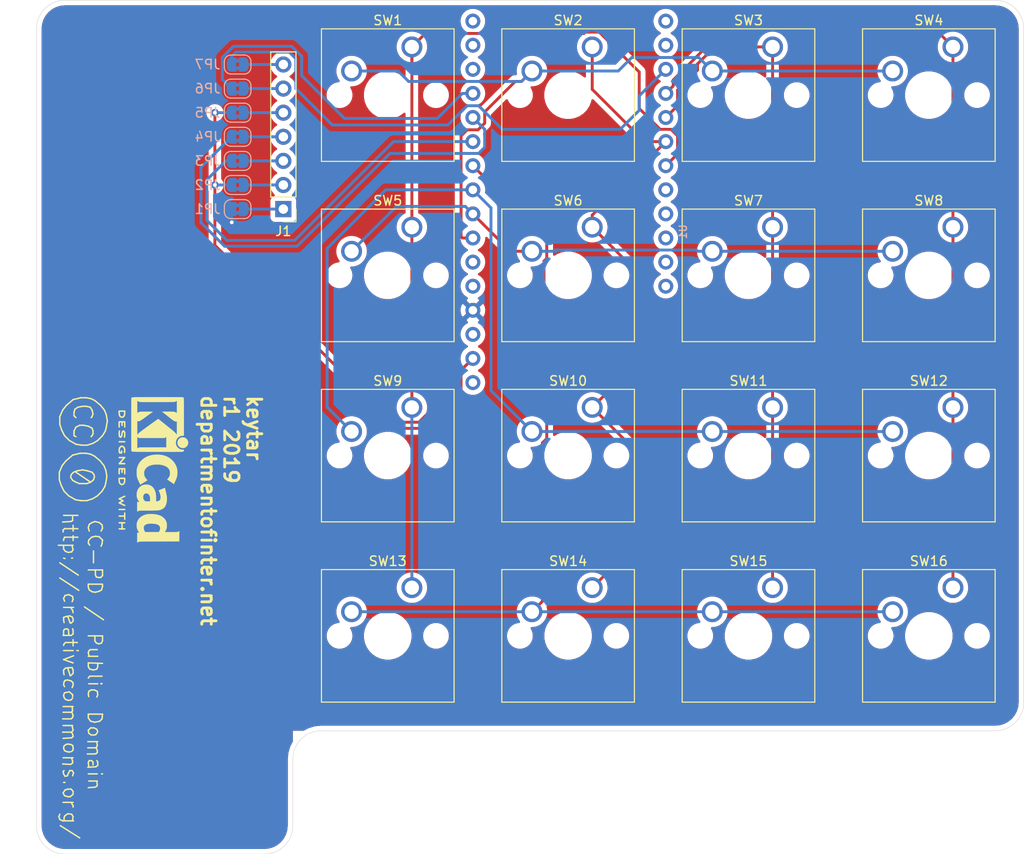
<source format=kicad_pcb>
(kicad_pcb (version 20171130) (host pcbnew "(5.1.2-1)-1")
  (layers (0 F.Cu signal) (31 B.Cu signal) (34 B.Paste user) (35 F.Paste user) (36 B.SilkS user) (37 F.SilkS user) (38 B.Mask user) (39 F.Mask user) (44 Edge.Cuts user))
  (net 0 "")
  (net 1 "Net-(J1-Pad7)")
  (net 2 "Net-(J1-Pad6)")
  (net 3 "Net-(J1-Pad5)")
  (net 4 "Net-(J1-Pad4)")
  (net 5 "Net-(J1-Pad3)")
  (net 6 "Net-(J1-Pad2)")
  (net 7 "Net-(J1-Pad1)")
  (net 8 +3V3)
  (net 9 /MR1)
  (net 10 /MC1)
  (net 11 /MC2)
  (net 12 /MC3)
  (net 13 /MC4)
  (net 14 /MR2)
  (net 15 /MR3)
  (net 16 /MR4)
  (net 17 GND)
  (net 18 /SCK)
  (net 19 /MOSI)
  (net 20 /MISO)
  (net 21 /CS_SSD)
  (module Symbol:Symbol_CreativeCommonsPublicDomain_SilkScreenTop_Small (layer F.Cu) (at 68 154 270)
    (fp_text reference REF** hide)
    (fp_text value Symbol_CreativeCommonsPublicDomain_SilkScreenTop_Small)
  )
  (module Symbol:KiCad-Logo2_6mm_SilkScreen (layer F.Cu) (at 76 139.5 270)
    (fp_text reference REF** hide)
    (fp_text value KiCad-Logo2_6mm_SilkScreen hide)
  )
  (module cherry-huzzah32:Adafruit_Feather_HUZZAH32 (layer B.Cu) (at 108.966 92.202 90)
    (fp_text reference U1 (at -23.066 21.694 270) (layer B.SilkS) (effects (font (size 0.77216 0.77216) (thickness 0.138988)) (justify right top mirror)))
    (fp_text value adafruit_feather_huzzah32)
    (pad 27 thru_hole circle (at -25.4 20.32) (size 1.5748 1.5748) (drill 0.9) (layers *.Cu *.Mask))
    (pad 26 thru_hole circle (at -22.86 20.32) (size 1.5748 1.5748) (drill 0.9) (layers *.Cu *.Mask))
    (pad 25 thru_hole circle (at -20.32 20.32) (size 1.5748 1.5748) (drill 0.9) (layers *.Cu *.Mask))
    (pad 24 thru_hole circle (at -17.78 20.32) (size 1.5748 1.5748) (drill 0.9) (layers *.Cu *.Mask))
    (pad 23 thru_hole circle (at -15.24 20.32) (size 1.5748 1.5748) (drill 0.9) (layers *.Cu *.Mask) (net 10 /MC1))
    (pad 22 thru_hole circle (at -12.7 20.32) (size 1.5748 1.5748) (drill 0.9) (layers *.Cu *.Mask) (net 11 /MC2))
    (pad 21 thru_hole circle (at -10.16 20.32) (size 1.5748 1.5748) (drill 0.9) (layers *.Cu *.Mask) (net 12 /MC3))
    (pad 20 thru_hole circle (at -7.62 20.32) (size 1.5748 1.5748) (drill 0.9) (layers *.Cu *.Mask) (net 13 /MC4))
    (pad 19 thru_hole circle (at -5.08 20.32) (size 1.5748 1.5748) (drill 0.9) (layers *.Cu *.Mask) (net 21 /CS_SSD))
    (pad 18 thru_hole circle (at -2.54 20.32) (size 1.5748 1.5748) (drill 0.9) (layers *.Cu *.Mask))
    (pad 17 thru_hole circle (at 0 20.32) (size 1.5748 1.5748) (drill 0.9) (layers *.Cu *.Mask))
    (pad 28 thru_hole circle (at -27.94 20.32) (size 1.5748 1.5748) (drill 0.9) (layers *.Cu *.Mask))
    (pad 16 thru_hole circle (at 0 0) (size 1.5748 1.5748) (drill 0.9) (layers *.Cu *.Mask))
    (pad 15 thru_hole circle (at -2.54 0) (size 1.5748 1.5748) (drill 0.9) (layers *.Cu *.Mask))
    (pad 14 thru_hole circle (at -5.08 0) (size 1.5748 1.5748) (drill 0.9) (layers *.Cu *.Mask))
    (pad 13 thru_hole circle (at -7.62 0) (size 1.5748 1.5748) (drill 0.9) (layers *.Cu *.Mask) (net 20 /MISO))
    (pad 12 thru_hole circle (at -10.16 0) (size 1.5748 1.5748) (drill 0.9) (layers *.Cu *.Mask) (net 19 /MOSI))
    (pad 11 thru_hole circle (at -12.7 0) (size 1.5748 1.5748) (drill 0.9) (layers *.Cu *.Mask) (net 18 /SCK))
    (pad 10 thru_hole circle (at -15.24 0) (size 1.5748 1.5748) (drill 0.9) (layers *.Cu *.Mask) (net 16 /MR4))
    (pad 9 thru_hole circle (at -17.78 0) (size 1.5748 1.5748) (drill 0.9) (layers *.Cu *.Mask) (net 15 /MR3))
    (pad 8 thru_hole circle (at -20.32 0) (size 1.5748 1.5748) (drill 0.9) (layers *.Cu *.Mask) (net 14 /MR2))
    (pad 7 thru_hole circle (at -22.86 0) (size 1.5748 1.5748) (drill 0.9) (layers *.Cu *.Mask) (net 9 /MR1))
    (pad 6 thru_hole circle (at -25.4 0) (size 1.5748 1.5748) (drill 0.9) (layers *.Cu *.Mask))
    (pad 5 thru_hole circle (at -27.94 0) (size 1.5748 1.5748) (drill 0.9) (layers *.Cu *.Mask))
    (pad 4 thru_hole circle (at -30.48 0) (size 1.5748 1.5748) (drill 0.9) (layers *.Cu *.Mask) (net 17 GND))
    (pad 3 thru_hole circle (at -33.02 0) (size 1.5748 1.5748) (drill 0.9) (layers *.Cu *.Mask))
    (pad 2 thru_hole circle (at -35.56 0) (size 1.5748 1.5748) (drill 0.9) (layers *.Cu *.Mask) (net 8 +3V3))
    (pad 1 thru_hole circle (at -38.1 0) (size 1.5748 1.5748) (drill 0.9) (layers *.Cu *.Mask))
  )
  (module Button_Switch_Keyboard:SW_Cherry_MX_1.00u_PCB (layer F.Cu) (at 159.54 151.92)
    (fp_text reference SW16 (at -2.54 -2.794) (layer F.SilkS))
    (fp_text value SW_Push)
    (pad "" np_thru_hole circle (at 2.54 5.08) (size 1.7 1.7) (drill 1.7) (layers *.Cu *.Mask))
    (pad "" np_thru_hole circle (at -7.62 5.08) (size 1.7 1.7) (drill 1.7) (layers *.Cu *.Mask))
    (pad "" np_thru_hole circle (at -2.54 5.08) (size 4 4) (drill 4) (layers *.Cu *.Mask))
    (pad 2 thru_hole circle (at -6.35 2.54) (size 2.2 2.2) (drill 1.5) (layers *.Cu *.Mask) (net 16 /MR4))
    (pad 1 thru_hole circle (at 0 0) (size 2.2 2.2) (drill 1.5) (layers *.Cu *.Mask) (net 13 /MC4))
  )
  (module Button_Switch_Keyboard:SW_Cherry_MX_1.00u_PCB (layer F.Cu) (at 140.54 151.92)
    (fp_text reference SW15 (at -2.54 -2.794) (layer F.SilkS))
    (fp_text value SW_Push)
    (pad "" np_thru_hole circle (at 2.54 5.08) (size 1.7 1.7) (drill 1.7) (layers *.Cu *.Mask))
    (pad "" np_thru_hole circle (at -7.62 5.08) (size 1.7 1.7) (drill 1.7) (layers *.Cu *.Mask))
    (pad "" np_thru_hole circle (at -2.54 5.08) (size 4 4) (drill 4) (layers *.Cu *.Mask))
    (pad 2 thru_hole circle (at -6.35 2.54) (size 2.2 2.2) (drill 1.5) (layers *.Cu *.Mask) (net 16 /MR4))
    (pad 1 thru_hole circle (at 0 0) (size 2.2 2.2) (drill 1.5) (layers *.Cu *.Mask) (net 12 /MC3))
  )
  (module Button_Switch_Keyboard:SW_Cherry_MX_1.00u_PCB (layer F.Cu) (at 121.54 151.92)
    (fp_text reference SW14 (at -2.54 -2.794) (layer F.SilkS))
    (fp_text value SW_Push)
    (pad "" np_thru_hole circle (at 2.54 5.08) (size 1.7 1.7) (drill 1.7) (layers *.Cu *.Mask))
    (pad "" np_thru_hole circle (at -7.62 5.08) (size 1.7 1.7) (drill 1.7) (layers *.Cu *.Mask))
    (pad "" np_thru_hole circle (at -2.54 5.08) (size 4 4) (drill 4) (layers *.Cu *.Mask))
    (pad 2 thru_hole circle (at -6.35 2.54) (size 2.2 2.2) (drill 1.5) (layers *.Cu *.Mask) (net 16 /MR4))
    (pad 1 thru_hole circle (at 0 0) (size 2.2 2.2) (drill 1.5) (layers *.Cu *.Mask) (net 11 /MC2))
  )
  (module Button_Switch_Keyboard:SW_Cherry_MX_1.00u_PCB (layer F.Cu) (at 102.54 151.92)
    (fp_text reference SW13 (at -2.54 -2.794) (layer F.SilkS))
    (fp_text value SW_Push)
    (pad "" np_thru_hole circle (at 2.54 5.08) (size 1.7 1.7) (drill 1.7) (layers *.Cu *.Mask))
    (pad "" np_thru_hole circle (at -7.62 5.08) (size 1.7 1.7) (drill 1.7) (layers *.Cu *.Mask))
    (pad "" np_thru_hole circle (at -2.54 5.08) (size 4 4) (drill 4) (layers *.Cu *.Mask))
    (pad 2 thru_hole circle (at -6.35 2.54) (size 2.2 2.2) (drill 1.5) (layers *.Cu *.Mask) (net 16 /MR4))
    (pad 1 thru_hole circle (at 0 0) (size 2.2 2.2) (drill 1.5) (layers *.Cu *.Mask) (net 10 /MC1))
  )
  (module Button_Switch_Keyboard:SW_Cherry_MX_1.00u_PCB (layer F.Cu) (at 159.54 132.92)
    (fp_text reference SW12 (at -2.54 -2.794) (layer F.SilkS))
    (fp_text value SW_Push)
    (pad "" np_thru_hole circle (at 2.54 5.08) (size 1.7 1.7) (drill 1.7) (layers *.Cu *.Mask))
    (pad "" np_thru_hole circle (at -7.62 5.08) (size 1.7 1.7) (drill 1.7) (layers *.Cu *.Mask))
    (pad "" np_thru_hole circle (at -2.54 5.08) (size 4 4) (drill 4) (layers *.Cu *.Mask))
    (pad 2 thru_hole circle (at -6.35 2.54) (size 2.2 2.2) (drill 1.5) (layers *.Cu *.Mask) (net 15 /MR3))
    (pad 1 thru_hole circle (at 0 0) (size 2.2 2.2) (drill 1.5) (layers *.Cu *.Mask) (net 13 /MC4))
  )
  (module Button_Switch_Keyboard:SW_Cherry_MX_1.00u_PCB (layer F.Cu) (at 140.54 132.92)
    (fp_text reference SW11 (at -2.54 -2.794) (layer F.SilkS))
    (fp_text value SW_Push)
    (pad "" np_thru_hole circle (at 2.54 5.08) (size 1.7 1.7) (drill 1.7) (layers *.Cu *.Mask))
    (pad "" np_thru_hole circle (at -7.62 5.08) (size 1.7 1.7) (drill 1.7) (layers *.Cu *.Mask))
    (pad "" np_thru_hole circle (at -2.54 5.08) (size 4 4) (drill 4) (layers *.Cu *.Mask))
    (pad 2 thru_hole circle (at -6.35 2.54) (size 2.2 2.2) (drill 1.5) (layers *.Cu *.Mask) (net 15 /MR3))
    (pad 1 thru_hole circle (at 0 0) (size 2.2 2.2) (drill 1.5) (layers *.Cu *.Mask) (net 12 /MC3))
  )
  (module Button_Switch_Keyboard:SW_Cherry_MX_1.00u_PCB (layer F.Cu) (at 121.54 132.92)
    (fp_text reference SW10 (at -2.54 -2.794) (layer F.SilkS))
    (fp_text value SW_Push)
    (pad "" np_thru_hole circle (at 2.54 5.08) (size 1.7 1.7) (drill 1.7) (layers *.Cu *.Mask))
    (pad "" np_thru_hole circle (at -7.62 5.08) (size 1.7 1.7) (drill 1.7) (layers *.Cu *.Mask))
    (pad "" np_thru_hole circle (at -2.54 5.08) (size 4 4) (drill 4) (layers *.Cu *.Mask))
    (pad 2 thru_hole circle (at -6.35 2.54) (size 2.2 2.2) (drill 1.5) (layers *.Cu *.Mask) (net 15 /MR3))
    (pad 1 thru_hole circle (at 0 0) (size 2.2 2.2) (drill 1.5) (layers *.Cu *.Mask) (net 11 /MC2))
  )
  (module Button_Switch_Keyboard:SW_Cherry_MX_1.00u_PCB (layer F.Cu) (at 102.54 132.92)
    (fp_text reference SW9 (at -2.54 -2.794) (layer F.SilkS))
    (fp_text value SW_Push)
    (pad "" np_thru_hole circle (at 2.54 5.08) (size 1.7 1.7) (drill 1.7) (layers *.Cu *.Mask))
    (pad "" np_thru_hole circle (at -7.62 5.08) (size 1.7 1.7) (drill 1.7) (layers *.Cu *.Mask))
    (pad "" np_thru_hole circle (at -2.54 5.08) (size 4 4) (drill 4) (layers *.Cu *.Mask))
    (pad 2 thru_hole circle (at -6.35 2.54) (size 2.2 2.2) (drill 1.5) (layers *.Cu *.Mask) (net 15 /MR3))
    (pad 1 thru_hole circle (at 0 0) (size 2.2 2.2) (drill 1.5) (layers *.Cu *.Mask) (net 10 /MC1))
  )
  (module Button_Switch_Keyboard:SW_Cherry_MX_1.00u_PCB (layer F.Cu) (at 159.54 113.92)
    (fp_text reference SW8 (at -2.54 -2.794) (layer F.SilkS))
    (fp_text value SW_Push)
    (pad "" np_thru_hole circle (at 2.54 5.08) (size 1.7 1.7) (drill 1.7) (layers *.Cu *.Mask))
    (pad "" np_thru_hole circle (at -7.62 5.08) (size 1.7 1.7) (drill 1.7) (layers *.Cu *.Mask))
    (pad "" np_thru_hole circle (at -2.54 5.08) (size 4 4) (drill 4) (layers *.Cu *.Mask))
    (pad 2 thru_hole circle (at -6.35 2.54) (size 2.2 2.2) (drill 1.5) (layers *.Cu *.Mask) (net 14 /MR2))
    (pad 1 thru_hole circle (at 0 0) (size 2.2 2.2) (drill 1.5) (layers *.Cu *.Mask) (net 13 /MC4))
  )
  (module Button_Switch_Keyboard:SW_Cherry_MX_1.00u_PCB (layer F.Cu) (at 140.54 113.92)
    (fp_text reference SW7 (at -2.54 -2.794) (layer F.SilkS))
    (fp_text value SW_Push)
    (pad "" np_thru_hole circle (at 2.54 5.08) (size 1.7 1.7) (drill 1.7) (layers *.Cu *.Mask))
    (pad "" np_thru_hole circle (at -7.62 5.08) (size 1.7 1.7) (drill 1.7) (layers *.Cu *.Mask))
    (pad "" np_thru_hole circle (at -2.54 5.08) (size 4 4) (drill 4) (layers *.Cu *.Mask))
    (pad 2 thru_hole circle (at -6.35 2.54) (size 2.2 2.2) (drill 1.5) (layers *.Cu *.Mask) (net 14 /MR2))
    (pad 1 thru_hole circle (at 0 0) (size 2.2 2.2) (drill 1.5) (layers *.Cu *.Mask) (net 12 /MC3))
  )
  (module Button_Switch_Keyboard:SW_Cherry_MX_1.00u_PCB (layer F.Cu) (at 121.54 113.92)
    (fp_text reference SW6 (at -2.54 -2.794) (layer F.SilkS))
    (fp_text value SW_Push)
    (pad "" np_thru_hole circle (at 2.54 5.08) (size 1.7 1.7) (drill 1.7) (layers *.Cu *.Mask))
    (pad "" np_thru_hole circle (at -7.62 5.08) (size 1.7 1.7) (drill 1.7) (layers *.Cu *.Mask))
    (pad "" np_thru_hole circle (at -2.54 5.08) (size 4 4) (drill 4) (layers *.Cu *.Mask))
    (pad 2 thru_hole circle (at -6.35 2.54) (size 2.2 2.2) (drill 1.5) (layers *.Cu *.Mask) (net 14 /MR2))
    (pad 1 thru_hole circle (at 0 0) (size 2.2 2.2) (drill 1.5) (layers *.Cu *.Mask) (net 11 /MC2))
  )
  (module Button_Switch_Keyboard:SW_Cherry_MX_1.00u_PCB (layer F.Cu) (at 102.54 113.92)
    (fp_text reference SW5 (at -2.54 -2.794) (layer F.SilkS))
    (fp_text value SW_Push)
    (pad "" np_thru_hole circle (at 2.54 5.08) (size 1.7 1.7) (drill 1.7) (layers *.Cu *.Mask))
    (pad "" np_thru_hole circle (at -7.62 5.08) (size 1.7 1.7) (drill 1.7) (layers *.Cu *.Mask))
    (pad "" np_thru_hole circle (at -2.54 5.08) (size 4 4) (drill 4) (layers *.Cu *.Mask))
    (pad 2 thru_hole circle (at -6.35 2.54) (size 2.2 2.2) (drill 1.5) (layers *.Cu *.Mask) (net 14 /MR2))
    (pad 1 thru_hole circle (at 0 0) (size 2.2 2.2) (drill 1.5) (layers *.Cu *.Mask) (net 10 /MC1))
  )
  (module Button_Switch_Keyboard:SW_Cherry_MX_1.00u_PCB (layer F.Cu) (at 159.54 94.92)
    (fp_text reference SW4 (at -2.54 -2.794) (layer F.SilkS))
    (fp_text value SW_Push)
    (pad "" np_thru_hole circle (at 2.54 5.08) (size 1.7 1.7) (drill 1.7) (layers *.Cu *.Mask))
    (pad "" np_thru_hole circle (at -7.62 5.08) (size 1.7 1.7) (drill 1.7) (layers *.Cu *.Mask))
    (pad "" np_thru_hole circle (at -2.54 5.08) (size 4 4) (drill 4) (layers *.Cu *.Mask))
    (pad 2 thru_hole circle (at -6.35 2.54) (size 2.2 2.2) (drill 1.5) (layers *.Cu *.Mask) (net 9 /MR1))
    (pad 1 thru_hole circle (at 0 0) (size 2.2 2.2) (drill 1.5) (layers *.Cu *.Mask) (net 13 /MC4))
  )
  (module Button_Switch_Keyboard:SW_Cherry_MX_1.00u_PCB (layer F.Cu) (at 140.54 94.92)
    (fp_text reference SW3 (at -2.54 -2.794) (layer F.SilkS))
    (fp_text value SW_Push)
    (pad "" np_thru_hole circle (at 2.54 5.08) (size 1.7 1.7) (drill 1.7) (layers *.Cu *.Mask))
    (pad "" np_thru_hole circle (at -7.62 5.08) (size 1.7 1.7) (drill 1.7) (layers *.Cu *.Mask))
    (pad "" np_thru_hole circle (at -2.54 5.08) (size 4 4) (drill 4) (layers *.Cu *.Mask))
    (pad 2 thru_hole circle (at -6.35 2.54) (size 2.2 2.2) (drill 1.5) (layers *.Cu *.Mask) (net 9 /MR1))
    (pad 1 thru_hole circle (at 0 0) (size 2.2 2.2) (drill 1.5) (layers *.Cu *.Mask) (net 12 /MC3))
  )
  (module Button_Switch_Keyboard:SW_Cherry_MX_1.00u_PCB (layer F.Cu) (at 121.54 94.92)
    (fp_text reference SW2 (at -2.54 -2.794) (layer F.SilkS))
    (fp_text value SW_Push)
    (pad "" np_thru_hole circle (at 2.54 5.08) (size 1.7 1.7) (drill 1.7) (layers *.Cu *.Mask))
    (pad "" np_thru_hole circle (at -7.62 5.08) (size 1.7 1.7) (drill 1.7) (layers *.Cu *.Mask))
    (pad "" np_thru_hole circle (at -2.54 5.08) (size 4 4) (drill 4) (layers *.Cu *.Mask))
    (pad 2 thru_hole circle (at -6.35 2.54) (size 2.2 2.2) (drill 1.5) (layers *.Cu *.Mask) (net 9 /MR1))
    (pad 1 thru_hole circle (at 0 0) (size 2.2 2.2) (drill 1.5) (layers *.Cu *.Mask) (net 11 /MC2))
  )
  (module Button_Switch_Keyboard:SW_Cherry_MX_1.00u_PCB (layer F.Cu) (at 102.54 94.92)
    (fp_text reference SW1 (at -2.54 -2.794) (layer F.SilkS))
    (fp_text value SW_Push)
    (pad "" np_thru_hole circle (at 2.54 5.08) (size 1.7 1.7) (drill 1.7) (layers *.Cu *.Mask))
    (pad "" np_thru_hole circle (at -7.62 5.08) (size 1.7 1.7) (drill 1.7) (layers *.Cu *.Mask))
    (pad "" np_thru_hole circle (at -2.54 5.08) (size 4 4) (drill 4) (layers *.Cu *.Mask))
    (pad 2 thru_hole circle (at -6.35 2.54) (size 2.2 2.2) (drill 1.5) (layers *.Cu *.Mask) (net 9 /MR1))
    (pad 1 thru_hole circle (at 0 0) (size 2.2 2.2) (drill 1.5) (layers *.Cu *.Mask) (net 10 /MC1))
  )
  (module Jumper:SolderJumper-2_P1.3mm_Bridged2Bar_RoundedPad1.0x1.5mm (layer B.Cu) (at 84.186 96.774 180)
    (fp_text reference JP7 (at 3.16 0 180) (layer B.SilkS) (effects (justify mirror)))
    (fp_text value SolderJumper_2_Bridged)
    (fp_poly (pts (xy -0.25 0.6) (xy 0.25 0.6) (xy 0.25 0.2) (xy -0.25 0.2)) (layer B.Cu) (width 0))
    (fp_poly (pts (xy -0.25 -0.2) (xy 0.25 -0.2) (xy 0.25 -0.6) (xy -0.25 -0.6)) (layer B.Cu) (width 0))
    (pad 1 smd custom (at -0.65 0 180) (size 1 0.5) (layers B.Cu B.Mask) (net 1 "Net-(J1-Pad7)") (options (clearance outline) (anchor rect)) (primitives (gr_circle (center 0 -0.25) (end 0.5 -0.25) (width 0)) (gr_circle (center 0 0.25) (end 0.5 0.25) (width 0)) (gr_poly (pts (xy 0.5 -0.75) (xy 0.5 0.75) (xy 0 0.75) (xy 0 -0.75)) (width 0))))
    (pad 2 smd custom (at 0.65 0 180) (size 1 0.5) (layers B.Cu B.Mask) (net 21 /CS_SSD) (options (clearance outline) (anchor rect)) (primitives (gr_circle (center 0 -0.25) (end 0.5 -0.25) (width 0)) (gr_circle (center 0 0.25) (end 0.5 0.25) (width 0)) (gr_poly (pts (xy -0.5 -0.75) (xy -0.5 0.75) (xy 0 0.75) (xy 0 -0.75)) (width 0))))
  )
  (module Jumper:SolderJumper-2_P1.3mm_Bridged2Bar_RoundedPad1.0x1.5mm (layer B.Cu) (at 84.186 99.314 180)
    (fp_text reference JP6 (at 3.16 0) (layer B.SilkS) (effects (justify mirror)))
    (fp_text value SolderJumper_2_Bridged)
    (fp_poly (pts (xy -0.25 0.6) (xy 0.25 0.6) (xy 0.25 0.2) (xy -0.25 0.2)) (layer B.Cu) (width 0))
    (fp_poly (pts (xy -0.25 -0.2) (xy 0.25 -0.2) (xy 0.25 -0.6) (xy -0.25 -0.6)) (layer B.Cu) (width 0))
    (pad 1 smd custom (at -0.65 0 180) (size 1 0.5) (layers B.Cu B.Mask) (net 2 "Net-(J1-Pad6)") (options (clearance outline) (anchor rect)) (primitives (gr_circle (center 0 -0.25) (end 0.5 -0.25) (width 0)) (gr_circle (center 0 0.25) (end 0.5 0.25) (width 0)) (gr_poly (pts (xy 0.5 -0.75) (xy 0.5 0.75) (xy 0 0.75) (xy 0 -0.75)) (width 0))))
    (pad 2 smd custom (at 0.65 0 180) (size 1 0.5) (layers B.Cu B.Mask) (net 20 /MISO) (options (clearance outline) (anchor rect)) (primitives (gr_circle (center 0 -0.25) (end 0.5 -0.25) (width 0)) (gr_circle (center 0 0.25) (end 0.5 0.25) (width 0)) (gr_poly (pts (xy -0.5 -0.75) (xy -0.5 0.75) (xy 0 0.75) (xy 0 -0.75)) (width 0))))
  )
  (module Jumper:SolderJumper-2_P1.3mm_Bridged2Bar_RoundedPad1.0x1.5mm (layer B.Cu) (at 84.186 101.854 180)
    (fp_text reference JP5 (at 3.16 0) (layer B.SilkS) (effects (justify mirror)))
    (fp_text value SolderJumper_2_Bridged)
    (fp_poly (pts (xy -0.25 0.6) (xy 0.25 0.6) (xy 0.25 0.2) (xy -0.25 0.2)) (layer B.Cu) (width 0))
    (fp_poly (pts (xy -0.25 -0.2) (xy 0.25 -0.2) (xy 0.25 -0.6) (xy -0.25 -0.6)) (layer B.Cu) (width 0))
    (pad 1 smd custom (at -0.65 0 180) (size 1 0.5) (layers B.Cu B.Mask) (net 3 "Net-(J1-Pad5)") (options (clearance outline) (anchor rect)) (primitives (gr_circle (center 0 -0.25) (end 0.5 -0.25) (width 0)) (gr_circle (center 0 0.25) (end 0.5 0.25) (width 0)) (gr_poly (pts (xy 0.5 -0.75) (xy 0.5 0.75) (xy 0 0.75) (xy 0 -0.75)) (width 0))))
    (pad 2 smd custom (at 0.65 0 180) (size 1 0.5) (layers B.Cu B.Mask) (net 8 +3V3) (options (clearance outline) (anchor rect)) (primitives (gr_circle (center 0 -0.25) (end 0.5 -0.25) (width 0)) (gr_circle (center 0 0.25) (end 0.5 0.25) (width 0)) (gr_poly (pts (xy -0.5 -0.75) (xy -0.5 0.75) (xy 0 0.75) (xy 0 -0.75)) (width 0))))
  )
  (module Jumper:SolderJumper-2_P1.3mm_Bridged2Bar_RoundedPad1.0x1.5mm (layer B.Cu) (at 84.186 104.394 180)
    (fp_text reference JP4 (at 3.16 0 180) (layer B.SilkS) (effects (justify mirror)))
    (fp_text value SolderJumper_2_Bridged)
    (fp_poly (pts (xy -0.25 0.6) (xy 0.25 0.6) (xy 0.25 0.2) (xy -0.25 0.2)) (layer B.Cu) (width 0))
    (fp_poly (pts (xy -0.25 -0.2) (xy 0.25 -0.2) (xy 0.25 -0.6) (xy -0.25 -0.6)) (layer B.Cu) (width 0))
    (pad 1 smd custom (at -0.65 0 180) (size 1 0.5) (layers B.Cu B.Mask) (net 4 "Net-(J1-Pad4)") (options (clearance outline) (anchor rect)) (primitives (gr_circle (center 0 -0.25) (end 0.5 -0.25) (width 0)) (gr_circle (center 0 0.25) (end 0.5 0.25) (width 0)) (gr_poly (pts (xy 0.5 -0.75) (xy 0.5 0.75) (xy 0 0.75) (xy 0 -0.75)) (width 0))))
    (pad 2 smd custom (at 0.65 0 180) (size 1 0.5) (layers B.Cu B.Mask) (net 19 /MOSI) (options (clearance outline) (anchor rect)) (primitives (gr_circle (center 0 -0.25) (end 0.5 -0.25) (width 0)) (gr_circle (center 0 0.25) (end 0.5 0.25) (width 0)) (gr_poly (pts (xy -0.5 -0.75) (xy -0.5 0.75) (xy 0 0.75) (xy 0 -0.75)) (width 0))))
  )
  (module Jumper:SolderJumper-2_P1.3mm_Bridged2Bar_RoundedPad1.0x1.5mm (layer B.Cu) (at 84.186 106.934 180)
    (fp_text reference JP3 (at 3.16 0) (layer B.SilkS) (effects (justify mirror)))
    (fp_text value SolderJumper_2_Bridged)
    (fp_poly (pts (xy -0.25 0.6) (xy 0.25 0.6) (xy 0.25 0.2) (xy -0.25 0.2)) (layer B.Cu) (width 0))
    (fp_poly (pts (xy -0.25 -0.2) (xy 0.25 -0.2) (xy 0.25 -0.6) (xy -0.25 -0.6)) (layer B.Cu) (width 0))
    (pad 1 smd custom (at -0.65 0 180) (size 1 0.5) (layers B.Cu B.Mask) (net 5 "Net-(J1-Pad3)") (options (clearance outline) (anchor rect)) (primitives (gr_circle (center 0 -0.25) (end 0.5 -0.25) (width 0)) (gr_circle (center 0 0.25) (end 0.5 0.25) (width 0)) (gr_poly (pts (xy 0.5 -0.75) (xy 0.5 0.75) (xy 0 0.75) (xy 0 -0.75)) (width 0))))
    (pad 2 smd custom (at 0.65 0 180) (size 1 0.5) (layers B.Cu B.Mask) (net 18 /SCK) (options (clearance outline) (anchor rect)) (primitives (gr_circle (center 0 -0.25) (end 0.5 -0.25) (width 0)) (gr_circle (center 0 0.25) (end 0.5 0.25) (width 0)) (gr_poly (pts (xy -0.5 -0.75) (xy -0.5 0.75) (xy 0 0.75) (xy 0 -0.75)) (width 0))))
  )
  (module Jumper:SolderJumper-2_P1.3mm_Bridged2Bar_RoundedPad1.0x1.5mm (layer B.Cu) (at 84.186 109.474 180)
    (fp_text reference JP2 (at 3.16 0) (layer B.SilkS) (effects (justify mirror)))
    (fp_text value SolderJumper_2_Bridged)
    (fp_poly (pts (xy -0.25 0.6) (xy 0.25 0.6) (xy 0.25 0.2) (xy -0.25 0.2)) (layer B.Cu) (width 0))
    (fp_poly (pts (xy -0.25 -0.2) (xy 0.25 -0.2) (xy 0.25 -0.6) (xy -0.25 -0.6)) (layer B.Cu) (width 0))
    (pad 1 smd custom (at -0.65 0 180) (size 1 0.5) (layers B.Cu B.Mask) (net 6 "Net-(J1-Pad2)") (options (clearance outline) (anchor rect)) (primitives (gr_circle (center 0 -0.25) (end 0.5 -0.25) (width 0)) (gr_circle (center 0 0.25) (end 0.5 0.25) (width 0)) (gr_poly (pts (xy 0.5 -0.75) (xy 0.5 0.75) (xy 0 0.75) (xy 0 -0.75)) (width 0))))
    (pad 2 smd custom (at 0.65 0 180) (size 1 0.5) (layers B.Cu B.Mask) (net 8 +3V3) (options (clearance outline) (anchor rect)) (primitives (gr_circle (center 0 -0.25) (end 0.5 -0.25) (width 0)) (gr_circle (center 0 0.25) (end 0.5 0.25) (width 0)) (gr_poly (pts (xy -0.5 -0.75) (xy -0.5 0.75) (xy 0 0.75) (xy 0 -0.75)) (width 0))))
  )
  (module Jumper:SolderJumper-2_P1.3mm_Bridged2Bar_RoundedPad1.0x1.5mm (layer B.Cu) (at 84.186 112.014 180)
    (fp_text reference JP1 (at 3.16 0) (layer B.SilkS) (effects (justify mirror)))
    (fp_text value SolderJumper_2_Bridged)
    (fp_poly (pts (xy -0.25 0.6) (xy 0.25 0.6) (xy 0.25 0.2) (xy -0.25 0.2)) (layer B.Cu) (width 0))
    (fp_poly (pts (xy -0.25 -0.2) (xy 0.25 -0.2) (xy 0.25 -0.6) (xy -0.25 -0.6)) (layer B.Cu) (width 0))
    (pad 1 smd custom (at -0.65 0 180) (size 1 0.5) (layers B.Cu B.Mask) (net 7 "Net-(J1-Pad1)") (options (clearance outline) (anchor rect)) (primitives (gr_circle (center 0 -0.25) (end 0.5 -0.25) (width 0)) (gr_circle (center 0 0.25) (end 0.5 0.25) (width 0)) (gr_poly (pts (xy 0.5 -0.75) (xy 0.5 0.75) (xy 0 0.75) (xy 0 -0.75)) (width 0))))
    (pad 2 smd custom (at 0.65 0 180) (size 1 0.5) (layers B.Cu B.Mask) (net 17 GND) (options (clearance outline) (anchor rect)) (primitives (gr_circle (center 0 -0.25) (end 0.5 -0.25) (width 0)) (gr_circle (center 0 0.25) (end 0.5 0.25) (width 0)) (gr_poly (pts (xy -0.5 -0.75) (xy -0.5 0.75) (xy 0 0.75) (xy 0 -0.75)) (width 0))))
  )
  (module Connector_PinHeader_2.54mm:PinHeader_1x07_P2.54mm_Vertical (layer F.Cu) (at 89 112.014 180)
    (fp_text reference J1 (at 0 -2.33) (layer F.SilkS))
    (fp_text value Conn_01x07)
    (pad 7 thru_hole oval (at 0 15.24 180) (size 1.7 1.7) (drill 1) (layers *.Cu *.Mask) (net 1 "Net-(J1-Pad7)"))
    (pad 6 thru_hole oval (at 0 12.7 180) (size 1.7 1.7) (drill 1) (layers *.Cu *.Mask) (net 2 "Net-(J1-Pad6)"))
    (pad 5 thru_hole oval (at 0 10.16 180) (size 1.7 1.7) (drill 1) (layers *.Cu *.Mask) (net 3 "Net-(J1-Pad5)"))
    (pad 4 thru_hole oval (at 0 7.62 180) (size 1.7 1.7) (drill 1) (layers *.Cu *.Mask) (net 4 "Net-(J1-Pad4)"))
    (pad 3 thru_hole oval (at 0 5.08 180) (size 1.7 1.7) (drill 1) (layers *.Cu *.Mask) (net 5 "Net-(J1-Pad3)"))
    (pad 2 thru_hole oval (at 0 2.54 180) (size 1.7 1.7) (drill 1) (layers *.Cu *.Mask) (net 6 "Net-(J1-Pad2)"))
    (pad 1 thru_hole rect (at 0 0 180) (size 1.7 1.7) (drill 1) (layers *.Cu *.Mask) (net 7 "Net-(J1-Pad1)"))
  )
  (gr_text "keytar\nr1 2019\ndepartmentofinter.net" (at 83.5 131.5 270) (layer F.SilkS) (effects (font (size 1.5 1.5) (thickness 0.3)) (justify left)))
  (gr_arc (start 66 93) (end 66 90) (angle -90) (layer Edge.Cuts) (width 0.05))
  (gr_arc (start 66 177) (end 63 177) (angle -90) (layer Edge.Cuts) (width 0.05))
  (gr_line (start 87 180) (end 66 180) (layer Edge.Cuts) (width 0.05))
  (gr_line (start 90 170) (end 90 177) (layer Edge.Cuts) (width 0.05))
  (gr_arc (start 87 177) (end 87 180) (angle -90) (layer Edge.Cuts) (width 0.05))
  (gr_arc (start 93 170) (end 93 167) (angle -90) (layer Edge.Cuts) (width 0.05))
  (gr_arc (start 164 164) (end 164 167) (angle -90) (layer Edge.Cuts) (width 0.05))
  (gr_arc (start 164 93) (end 167 93) (angle -90) (layer Edge.Cuts) (width 0.05))
  (gr_line (start 63 177) (end 63 93) (layer Edge.Cuts) (width 0.05))
  (gr_line (start 164 167) (end 93 167) (layer Edge.Cuts) (width 0.05))
  (gr_line (start 167 93) (end 167 164) (layer Edge.Cuts) (width 0.05))
  (gr_line (start 66 90) (end 164 90) (layer Edge.Cuts) (width 0.05))
  (segment (start 85.436 96.774) (end 89 96.774) (width 0.3048) (layer B.Cu) (net 1))
  (segment (start 84.836 96.774) (end 85.436 96.774) (width 0.3048) (layer B.Cu) (net 1))
  (segment (start 89 99.314) (end 84.836 99.314) (width 0.3048) (layer B.Cu) (net 2))
  (segment (start 85.028118 101.854) (end 84.932059 101.757941) (width 0.3048) (layer B.Cu) (net 3))
  (segment (start 89 101.854) (end 85.028118 101.854) (width 0.3048) (layer B.Cu) (net 3))
  (segment (start 87.797919 104.394) (end 84.836 104.394) (width 0.3048) (layer B.Cu) (net 4))
  (segment (start 89 104.394) (end 87.797919 104.394) (width 0.3048) (layer B.Cu) (net 4))
  (segment (start 87.797919 106.934) (end 84.836 106.934) (width 0.3048) (layer B.Cu) (net 5))
  (segment (start 89 106.934) (end 87.797919 106.934) (width 0.3048) (layer B.Cu) (net 5))
  (segment (start 87.797919 109.474) (end 84.836 109.474) (width 0.3048) (layer B.Cu) (net 6))
  (segment (start 89 109.474) (end 87.797919 109.474) (width 0.3048) (layer B.Cu) (net 6))
  (segment (start 89 112.014) (end 84.836 112.014) (width 0.3048) (layer B.Cu) (net 7))
  (segment (start 83.536 109.474) (end 82.936 109.474) (width 0.3048) (layer B.Cu) (net 8))
  (segment (start 82.936 109.474) (end 81.788 109.474) (width 0.3048) (layer B.Cu) (net 8))
  (via (at 81.788 109.474) (size 0.8) (drill 0.4) (layers F.Cu B.Cu) (net 8))
  (segment (start 81.788 109.474) (end 81.788 101.854) (width 0.3048) (layer F.Cu) (net 8))
  (via (at 81.788 101.854) (size 0.8) (drill 0.4) (layers F.Cu B.Cu) (net 8))
  (segment (start 83.536 101.854) (end 81.788 101.854) (width 0.3048) (layer B.Cu) (net 8))
  (segment (start 81.788 113.284) (end 81.788 109.474) (width 0.3048) (layer F.Cu) (net 8))
  (segment (start 81.788 115.824) (end 81.788 113.284) (width 0.3048) (layer F.Cu) (net 8))
  (segment (start 104.14 135.128) (end 101.092 135.128) (width 0.3048) (layer F.Cu) (net 8))
  (segment (start 101.092 135.128) (end 81.788 115.824) (width 0.3048) (layer F.Cu) (net 8))
  (segment (start 107.721399 131.546601) (end 104.14 135.128) (width 0.3048) (layer F.Cu) (net 8))
  (segment (start 107.721399 129.006601) (end 107.721399 131.546601) (width 0.3048) (layer F.Cu) (net 8))
  (segment (start 108.966 127.762) (end 107.721399 129.006601) (width 0.3048) (layer F.Cu) (net 8))
  (segment (start 132.767399 96.037399) (end 134.19 97.46) (width 0.3048) (layer B.Cu) (net 9))
  (segment (start 125.704601 96.037399) (end 132.767399 96.037399) (width 0.3048) (layer B.Cu) (net 9))
  (segment (start 124.282 97.46) (end 125.704601 96.037399) (width 0.3048) (layer B.Cu) (net 9))
  (segment (start 115.19 97.46) (end 124.282 97.46) (width 0.3048) (layer B.Cu) (net 9))
  (segment (start 134.19 97.46) (end 153.19 97.46) (width 0.3048) (layer B.Cu) (net 9))
  (segment (start 107.721399 104.304591) (end 107.721399 114.93095) (width 0.3048) (layer F.Cu) (net 9))
  (segment (start 108.368591 103.657399) (end 107.721399 104.304591) (width 0.3048) (layer F.Cu) (net 9))
  (segment (start 107.852449 115.062) (end 108.966 115.062) (width 0.3048) (layer F.Cu) (net 9))
  (segment (start 109.512611 103.657399) (end 108.368591 103.657399) (width 0.3048) (layer F.Cu) (net 9))
  (segment (start 110.210601 102.959409) (end 109.512611 103.657399) (width 0.3048) (layer F.Cu) (net 9))
  (segment (start 107.721399 114.93095) (end 107.852449 115.062) (width 0.3048) (layer F.Cu) (net 9))
  (segment (start 110.210601 101.774741) (end 110.210601 102.959409) (width 0.3048) (layer F.Cu) (net 9))
  (segment (start 113.425343 98.559999) (end 110.210601 101.774741) (width 0.3048) (layer F.Cu) (net 9))
  (segment (start 114.090001 98.559999) (end 113.425343 98.559999) (width 0.3048) (layer F.Cu) (net 9))
  (segment (start 115.19 97.46) (end 114.090001 98.559999) (width 0.3048) (layer F.Cu) (net 9))
  (segment (start 97.745634 97.46) (end 96.19 97.46) (width 0.3048) (layer B.Cu) (net 9))
  (segment (start 101.096658 97.46) (end 97.745634 97.46) (width 0.3048) (layer B.Cu) (net 9))
  (segment (start 102.196657 98.559999) (end 101.096658 97.46) (width 0.3048) (layer B.Cu) (net 9))
  (segment (start 114.090001 98.559999) (end 102.196657 98.559999) (width 0.3048) (layer B.Cu) (net 9))
  (segment (start 115.19 97.46) (end 114.090001 98.559999) (width 0.3048) (layer B.Cu) (net 9))
  (segment (start 102.54 94.92) (end 102.54 96.475634) (width 0.3048) (layer F.Cu) (net 10))
  (segment (start 102.54 132.92) (end 102.54 151.92) (width 0.3048) (layer B.Cu) (net 10))
  (segment (start 102.54 132.92) (end 102.54 113.92) (width 0.3048) (layer F.Cu) (net 10))
  (segment (start 102.54 94.92) (end 102.54 113.92) (width 0.3048) (layer F.Cu) (net 10))
  (segment (start 130.073399 106.654601) (end 129.286 107.442) (width 0.3048) (layer F.Cu) (net 10))
  (segment (start 103.962601 93.497399) (end 120.657943 93.497399) (width 0.3048) (layer F.Cu) (net 10))
  (segment (start 128.688591 103.606601) (end 129.832611 103.606601) (width 0.3048) (layer F.Cu) (net 10))
  (segment (start 130.530601 104.304591) (end 130.530601 106.197399) (width 0.3048) (layer F.Cu) (net 10))
  (segment (start 129.832611 103.606601) (end 130.530601 104.304591) (width 0.3048) (layer F.Cu) (net 10))
  (segment (start 130.530601 106.197399) (end 130.073399 106.654601) (width 0.3048) (layer F.Cu) (net 10))
  (segment (start 126.492 97.567342) (end 126.492 101.41001) (width 0.3048) (layer F.Cu) (net 10))
  (segment (start 126.492 101.41001) (end 128.688591 103.606601) (width 0.3048) (layer F.Cu) (net 10))
  (segment (start 120.792543 93.362799) (end 122.287457 93.362799) (width 0.3048) (layer F.Cu) (net 10))
  (segment (start 120.657943 93.497399) (end 120.792543 93.362799) (width 0.3048) (layer F.Cu) (net 10))
  (segment (start 122.287457 93.362799) (end 126.492 97.567342) (width 0.3048) (layer F.Cu) (net 10))
  (segment (start 102.54 94.92) (end 103.962601 93.497399) (width 0.3048) (layer F.Cu) (net 10))
  (segment (start 121.54 112.648) (end 121.54 113.92) (width 0.3048) (layer F.Cu) (net 11))
  (segment (start 129.286 104.902) (end 121.54 112.648) (width 0.3048) (layer F.Cu) (net 11))
  (segment (start 121.54 96.475634) (end 121.54 94.92) (width 0.3048) (layer F.Cu) (net 11))
  (segment (start 121.54 99.394658) (end 121.54 96.475634) (width 0.3048) (layer F.Cu) (net 11))
  (segment (start 127.047342 104.902) (end 121.54 99.394658) (width 0.3048) (layer F.Cu) (net 11))
  (segment (start 129.286 104.902) (end 127.047342 104.902) (width 0.3048) (layer F.Cu) (net 11))
  (segment (start 121.54 132.92) (end 125.73 137.11) (width 0.3048) (layer F.Cu) (net 11))
  (segment (start 125.73 147.73) (end 121.54 151.92) (width 0.3048) (layer F.Cu) (net 11))
  (segment (start 125.73 137.11) (end 125.73 147.73) (width 0.3048) (layer F.Cu) (net 11))
  (segment (start 121.54 113.92) (end 125.857 118.237) (width 0.3048) (layer F.Cu) (net 11))
  (segment (start 125.857 128.603) (end 121.54 132.92) (width 0.3048) (layer F.Cu) (net 11))
  (segment (start 125.857 118.237) (end 125.857 128.603) (width 0.3048) (layer F.Cu) (net 11))
  (segment (start 140.54 151.92) (end 140.54 103.3) (width 0.3048) (layer F.Cu) (net 12))
  (segment (start 140.54 103.3) (end 140.54 94.92) (width 0.3048) (layer F.Cu) (net 12))
  (segment (start 134.425342 94.92) (end 138.984366 94.92) (width 0.3048) (layer F.Cu) (net 12))
  (segment (start 132.632799 96.712543) (end 134.425342 94.92) (width 0.3048) (layer F.Cu) (net 12))
  (segment (start 130.530601 99.466399) (end 132.632799 97.364201) (width 0.3048) (layer F.Cu) (net 12))
  (segment (start 129.286 102.362) (end 130.530601 101.117399) (width 0.3048) (layer F.Cu) (net 12))
  (segment (start 138.984366 94.92) (end 140.54 94.92) (width 0.3048) (layer F.Cu) (net 12))
  (segment (start 130.530601 101.117399) (end 130.530601 99.466399) (width 0.3048) (layer F.Cu) (net 12))
  (segment (start 132.632799 97.364201) (end 132.632799 96.712543) (width 0.3048) (layer F.Cu) (net 12))
  (segment (start 159.54 94.92) (end 159.54 113.92) (width 0.3048) (layer F.Cu) (net 13))
  (segment (start 159.54 115.475634) (end 159.54 151.92) (width 0.3048) (layer F.Cu) (net 13))
  (segment (start 159.54 113.92) (end 159.54 115.475634) (width 0.3048) (layer F.Cu) (net 13))
  (segment (start 156.949 92.329) (end 136.154222 92.329) (width 0.3048) (layer F.Cu) (net 13))
  (segment (start 130.073399 98.409823) (end 130.073399 99.034601) (width 0.3048) (layer F.Cu) (net 13))
  (segment (start 159.54 94.92) (end 156.949 92.329) (width 0.3048) (layer F.Cu) (net 13))
  (segment (start 136.154222 92.329) (end 130.073399 98.409823) (width 0.3048) (layer F.Cu) (net 13))
  (segment (start 130.073399 99.034601) (end 129.286 99.822) (width 0.3048) (layer F.Cu) (net 13))
  (segment (start 153.19 116.46) (end 134.19 116.46) (width 0.3048) (layer B.Cu) (net 14))
  (segment (start 132.634366 116.46) (end 132.506366 116.332) (width 0.3048) (layer B.Cu) (net 14))
  (segment (start 134.19 116.46) (end 132.634366 116.46) (width 0.3048) (layer B.Cu) (net 14))
  (segment (start 132.506366 116.332) (end 118.11 116.332) (width 0.3048) (layer B.Cu) (net 14))
  (segment (start 117.728 116.46) (end 115.19 116.46) (width 0.3048) (layer B.Cu) (net 14))
  (segment (start 117.856 116.332) (end 117.728 116.46) (width 0.3048) (layer B.Cu) (net 14))
  (segment (start 118.11 116.332) (end 117.856 116.332) (width 0.3048) (layer B.Cu) (net 14))
  (segment (start 117.856 116.332) (end 117.601999 116.332) (width 0.3048) (layer B.Cu) (net 14))
  (segment (start 112.904 116.46) (end 108.966 112.522) (width 0.3048) (layer F.Cu) (net 14))
  (segment (start 115.19 116.46) (end 112.904 116.46) (width 0.3048) (layer F.Cu) (net 14))
  (segment (start 96.19 116.46) (end 100.915399 111.734601) (width 0.3048) (layer B.Cu) (net 14))
  (segment (start 108.178601 111.734601) (end 108.966 112.522) (width 0.3048) (layer B.Cu) (net 14))
  (segment (start 100.915399 111.734601) (end 108.178601 111.734601) (width 0.3048) (layer B.Cu) (net 14))
  (segment (start 115.19 135.46) (end 134.19 135.46) (width 0.3048) (layer B.Cu) (net 15))
  (segment (start 134.19 135.46) (end 153.19 135.46) (width 0.3048) (layer B.Cu) (net 15))
  (segment (start 108.966 109.982) (end 99.79512 109.982) (width 0.3048) (layer B.Cu) (net 15))
  (segment (start 99.79512 109.982) (end 93.612799 116.164321) (width 0.3048) (layer B.Cu) (net 15))
  (segment (start 93.612799 116.164321) (end 93.612799 132.882799) (width 0.3048) (layer B.Cu) (net 15))
  (segment (start 93.612799 132.882799) (end 96.19 135.46) (width 0.3048) (layer B.Cu) (net 15))
  (segment (start 108.966 109.982) (end 110.871 111.887) (width 0.3048) (layer B.Cu) (net 15))
  (segment (start 110.871 131.141) (end 111.912 132.182) (width 0.3048) (layer B.Cu) (net 15))
  (segment (start 110.871 111.887) (end 110.871 131.141) (width 0.3048) (layer B.Cu) (net 15))
  (segment (start 111.912 132.182) (end 115.19 135.46) (width 0.3048) (layer B.Cu) (net 15))
  (segment (start 151.634366 154.46) (end 96.19 154.46) (width 0.3048) (layer B.Cu) (net 16))
  (segment (start 153.19 154.46) (end 151.634366 154.46) (width 0.3048) (layer B.Cu) (net 16))
  (segment (start 116.747201 117.207457) (end 116.747201 115.223201) (width 0.3048) (layer F.Cu) (net 16))
  (segment (start 116.459 117.495658) (end 116.747201 117.207457) (width 0.3048) (layer F.Cu) (net 16))
  (segment (start 116.747201 120.383859) (end 116.459 120.095658) (width 0.3048) (layer F.Cu) (net 16))
  (segment (start 116.747201 136.207457) (end 116.747201 120.383859) (width 0.3048) (layer F.Cu) (net 16))
  (segment (start 116.459 120.095658) (end 116.459 117.495658) (width 0.3048) (layer F.Cu) (net 16))
  (segment (start 116.289999 136.664659) (end 116.747201 136.207457) (width 0.3048) (layer F.Cu) (net 16))
  (segment (start 109.753399 108.229399) (end 108.966 107.442) (width 0.3048) (layer F.Cu) (net 16))
  (segment (start 116.747201 115.223201) (end 109.753399 108.229399) (width 0.3048) (layer F.Cu) (net 16))
  (segment (start 116.289999 153.360001) (end 116.289999 136.664659) (width 0.3048) (layer F.Cu) (net 16))
  (segment (start 115.19 154.46) (end 116.289999 153.360001) (width 0.3048) (layer F.Cu) (net 16))
  (via (at 83.566 113.411) (size 0.8) (drill 0.4) (layers F.Cu B.Cu) (net 17))
  (segment (start 83.536 113.381) (end 83.566 113.411) (width 0.3048) (layer B.Cu) (net 17))
  (segment (start 83.536 112.014) (end 83.536 113.381) (width 0.3048) (layer B.Cu) (net 17))
  (segment (start 105.664 125.984) (end 108.966 122.682) (width 0.3048) (layer F.Cu) (net 17))
  (segment (start 101.584201 134.477201) (end 103.287457 134.477201) (width 0.3048) (layer F.Cu) (net 17))
  (segment (start 105.664 132.100658) (end 105.664 125.984) (width 0.3048) (layer F.Cu) (net 17))
  (segment (start 103.287457 134.477201) (end 105.664 132.100658) (width 0.3048) (layer F.Cu) (net 17))
  (segment (start 83.566 116.459) (end 101.584201 134.477201) (width 0.3048) (layer F.Cu) (net 17))
  (segment (start 83.566 113.411) (end 83.566 116.459) (width 0.3048) (layer F.Cu) (net 17))
  (segment (start 100.61088 104.902) (end 107.852449 104.902) (width 0.3048) (layer B.Cu) (net 18))
  (segment (start 83.058 115.316) (end 90.19688 115.316) (width 0.3048) (layer B.Cu) (net 18))
  (segment (start 83.536 106.934) (end 82.936 106.934) (width 0.3048) (layer B.Cu) (net 18))
  (segment (start 82.936 106.934) (end 80.930798 108.939202) (width 0.3048) (layer B.Cu) (net 18))
  (segment (start 80.930798 113.188798) (end 83.058 115.316) (width 0.3048) (layer B.Cu) (net 18))
  (segment (start 80.930798 108.939202) (end 80.930798 113.188798) (width 0.3048) (layer B.Cu) (net 18))
  (segment (start 107.852449 104.902) (end 108.966 104.902) (width 0.3048) (layer B.Cu) (net 18))
  (segment (start 90.19688 115.316) (end 100.61088 104.902) (width 0.3048) (layer B.Cu) (net 18))
  (segment (start 109.753399 103.149399) (end 108.966 102.362) (width 0.3048) (layer B.Cu) (net 19))
  (segment (start 110.210601 103.606601) (end 109.753399 103.149399) (width 0.3048) (layer B.Cu) (net 19))
  (segment (start 100.228399 106.146601) (end 109.563409 106.146601) (width 0.3048) (layer B.Cu) (net 19))
  (segment (start 82.805491 115.925611) (end 90.449389 115.925611) (width 0.3048) (layer B.Cu) (net 19))
  (segment (start 80.321188 107.608812) (end 80.321188 113.441308) (width 0.3048) (layer B.Cu) (net 19))
  (segment (start 90.449389 115.925611) (end 100.228399 106.146601) (width 0.3048) (layer B.Cu) (net 19))
  (segment (start 110.210601 105.499409) (end 110.210601 103.606601) (width 0.3048) (layer B.Cu) (net 19))
  (segment (start 109.563409 106.146601) (end 110.210601 105.499409) (width 0.3048) (layer B.Cu) (net 19))
  (segment (start 83.536 104.394) (end 80.321188 107.608812) (width 0.3048) (layer B.Cu) (net 19))
  (segment (start 80.321188 113.441308) (end 82.805491 115.925611) (width 0.3048) (layer B.Cu) (net 19))
  (segment (start 89.879967 94.857189) (end 90.932 95.909222) (width 0.3048) (layer B.Cu) (net 20))
  (segment (start 82.57879 96.0215) (end 83.7431 94.857188) (width 0.3048) (layer B.Cu) (net 20))
  (segment (start 83.7431 94.857188) (end 89.879967 94.857189) (width 0.3048) (layer B.Cu) (net 20))
  (segment (start 90.932 97.946658) (end 95.442543 102.457201) (width 0.3048) (layer B.Cu) (net 20))
  (segment (start 107.852449 99.822) (end 108.966 99.822) (width 0.3048) (layer B.Cu) (net 20))
  (segment (start 83.536 99.314) (end 82.57879 98.35679) (width 0.3048) (layer B.Cu) (net 20))
  (segment (start 82.57879 98.35679) (end 82.57879 96.0215) (width 0.3048) (layer B.Cu) (net 20))
  (segment (start 95.442543 102.457201) (end 105.217248 102.457201) (width 0.3048) (layer B.Cu) (net 20))
  (segment (start 105.217248 102.457201) (end 107.852449 99.822) (width 0.3048) (layer B.Cu) (net 20))
  (segment (start 90.932 95.909222) (end 90.932 97.946658) (width 0.3048) (layer B.Cu) (net 20))
  (segment (start 109.563409 101.117399) (end 112.052611 103.606601) (width 0.3048) (layer B.Cu) (net 21))
  (segment (start 89.627457 95.466799) (end 90.322389 96.161731) (width 0.3048) (layer B.Cu) (net 21))
  (segment (start 128.498601 98.069399) (end 129.286 97.282) (width 0.3048) (layer B.Cu) (net 21))
  (segment (start 83.536 96.774) (end 83.536 95.926408) (width 0.3048) (layer B.Cu) (net 21))
  (segment (start 90.322389 96.161731) (end 90.322389 99.312509) (width 0.3048) (layer B.Cu) (net 21))
  (segment (start 90.322389 99.312509) (end 94.15927 103.14939) (width 0.3048) (layer B.Cu) (net 21))
  (segment (start 106.3366 103.14939) (end 108.368591 101.117399) (width 0.3048) (layer B.Cu) (net 21))
  (segment (start 83.995609 95.466799) (end 89.627457 95.466799) (width 0.3048) (layer B.Cu) (net 21))
  (segment (start 108.368591 101.117399) (end 109.563409 101.117399) (width 0.3048) (layer B.Cu) (net 21))
  (segment (start 124.485399 103.606601) (end 126.492 101.6) (width 0.3048) (layer B.Cu) (net 21))
  (segment (start 126.492 100.076) (end 128.498601 98.069399) (width 0.3048) (layer B.Cu) (net 21))
  (segment (start 83.536 95.926408) (end 83.995609 95.466799) (width 0.3048) (layer B.Cu) (net 21))
  (segment (start 94.15927 103.14939) (end 106.3366 103.14939) (width 0.3048) (layer B.Cu) (net 21))
  (segment (start 112.052611 103.606601) (end 124.485399 103.606601) (width 0.3048) (layer B.Cu) (net 21))
  (segment (start 126.492 101.6) (end 126.492 100.076) (width 0.3048) (layer B.Cu) (net 21))
  (zone (net 17) (net_name GND) (layer F.Cu) (connect_pads (clearance 0.508)) (min_thickness 0.254) (fill yes (arc_segments 32) (thermal_gap 0.508) (thermal_bridge_width 0.508))
    (polygon (pts (xy 60 90) (xy 60 180) (xy 90 180) (xy 90 167) (xy 167 167) (xy 167 90)))
  )
  (zone (net 17) (net_name GND) (layer B.Cu) (connect_pads (clearance 0.508)) (min_thickness 0.254) (fill yes (arc_segments 32) (thermal_gap 0.508) (thermal_bridge_width 0.508))
    (polygon (pts (xy 60 90) (xy 60 180) (xy 90 180) (xy 90 167) (xy 167 167) (xy 167 90)))
  )
)
</source>
